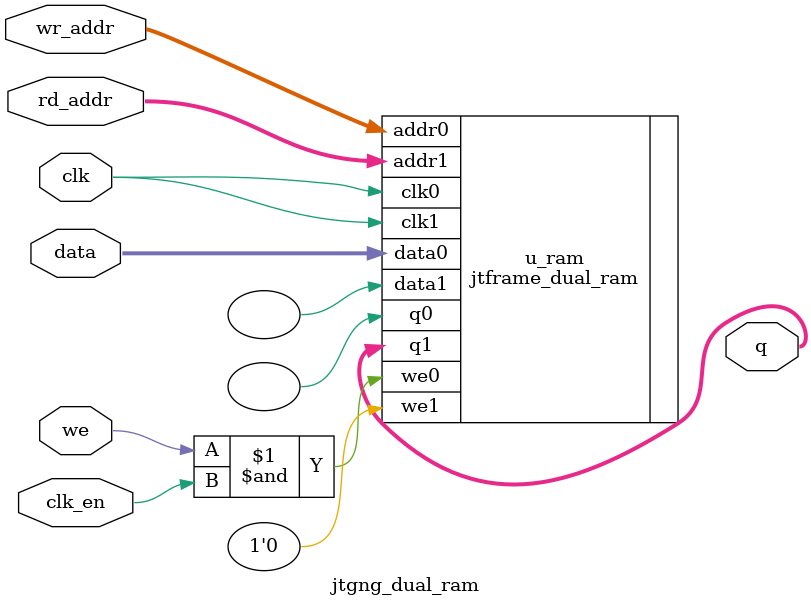
<source format=v>
/*  This file is part of JTGNG.
    JTGNG program is free software: you can redistribute it and/or modify
    it under the terms of the GNU General Public License as published by
    the Free Software Foundation, either version 3 of the License, or
    (at your option) any later version.

    JTGNG program is distributed in the hope that it will be useful,
    but WITHOUT ANY WARRANTY; without even the implied warranty of
    MERCHANTABILITY or FITNESS FOR A PARTICULAR PURPOSE.  See the
    GNU General Public License for more details.

    You should have received a copy of the GNU General Public License
    along with JTGNG.  If not, see <http://www.gnu.org/licenses/>.

    Author: Jose Tejada Gomez. Twitter: @topapate
    Version: 1.0
    Date: 23-12-2018 */

module jtgng_dual_ram #(parameter DW=8, AW=10, SIMFILE="")(
    input           clk,
    input           clk_en,
    input  [DW-1:0] data,
    input  [AW-1:0] rd_addr,
    input  [AW-1:0] wr_addr,
    input           we,
    output [DW-1:0] q
);

    jtframe_dual_ram #(.DW(DW),.AW(AW),.SIMFILE(SIMFILE))
    u_ram(
        .clk0   ( clk       ),
        .clk1   ( clk       ),
        // Port 0
        .data0  ( data      ),
        .addr0  ( wr_addr   ),
        .we0    ( we & clk_en ),
        .q0     (           ),
        // Port 1
        .data1  (           ),
        .addr1  ( rd_addr   ),
        .we1    ( 1'b0      ),
        .q1     ( q         )
    );

endmodule
</source>
